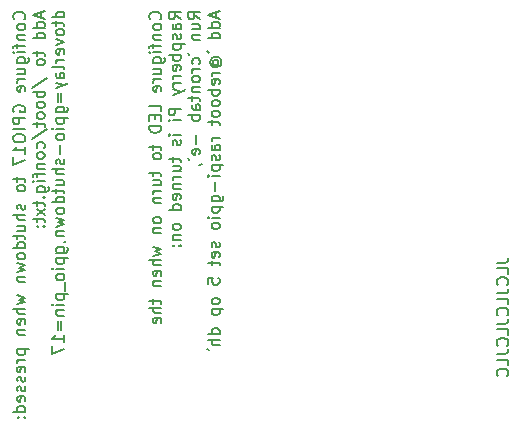
<source format=gbo>
G04 #@! TF.GenerationSoftware,KiCad,Pcbnew,(5.1.7)-1*
G04 #@! TF.CreationDate,2021-05-12T14:55:54+08:00*
G04 #@! TF.ProjectId,pi4-breakout,7069342d-6272-4656-916b-6f75742e6b69,rev?*
G04 #@! TF.SameCoordinates,Original*
G04 #@! TF.FileFunction,Legend,Bot*
G04 #@! TF.FilePolarity,Positive*
%FSLAX46Y46*%
G04 Gerber Fmt 4.6, Leading zero omitted, Abs format (unit mm)*
G04 Created by KiCad (PCBNEW (5.1.7)-1) date 2021-05-12 14:55:54*
%MOMM*%
%LPD*%
G01*
G04 APERTURE LIST*
%ADD10C,0.150000*%
%ADD11C,2.000000*%
%ADD12O,1.700000X1.700000*%
%ADD13R,1.700000X1.700000*%
%ADD14O,2.190000X1.740000*%
%ADD15R,1.727200X1.727200*%
%ADD16O,1.727200X1.727200*%
%ADD17C,6.200000*%
G04 APERTURE END LIST*
D10*
X174712380Y-115522952D02*
X175426666Y-115522952D01*
X175569523Y-115475333D01*
X175664761Y-115380095D01*
X175712380Y-115237238D01*
X175712380Y-115142000D01*
X175712380Y-116475333D02*
X175712380Y-115999142D01*
X174712380Y-115999142D01*
X175617142Y-117380095D02*
X175664761Y-117332476D01*
X175712380Y-117189619D01*
X175712380Y-117094380D01*
X175664761Y-116951523D01*
X175569523Y-116856285D01*
X175474285Y-116808666D01*
X175283809Y-116761047D01*
X175140952Y-116761047D01*
X174950476Y-116808666D01*
X174855238Y-116856285D01*
X174760000Y-116951523D01*
X174712380Y-117094380D01*
X174712380Y-117189619D01*
X174760000Y-117332476D01*
X174807619Y-117380095D01*
X174712380Y-118094380D02*
X175426666Y-118094380D01*
X175569523Y-118046761D01*
X175664761Y-117951523D01*
X175712380Y-117808666D01*
X175712380Y-117713428D01*
X175712380Y-119046761D02*
X175712380Y-118570571D01*
X174712380Y-118570571D01*
X175617142Y-119951523D02*
X175664761Y-119903904D01*
X175712380Y-119761047D01*
X175712380Y-119665809D01*
X175664761Y-119522952D01*
X175569523Y-119427714D01*
X175474285Y-119380095D01*
X175283809Y-119332476D01*
X175140952Y-119332476D01*
X174950476Y-119380095D01*
X174855238Y-119427714D01*
X174760000Y-119522952D01*
X174712380Y-119665809D01*
X174712380Y-119761047D01*
X174760000Y-119903904D01*
X174807619Y-119951523D01*
X174712380Y-120665809D02*
X175426666Y-120665809D01*
X175569523Y-120618190D01*
X175664761Y-120522952D01*
X175712380Y-120380095D01*
X175712380Y-120284857D01*
X175712380Y-121618190D02*
X175712380Y-121142000D01*
X174712380Y-121142000D01*
X175617142Y-122522952D02*
X175664761Y-122475333D01*
X175712380Y-122332476D01*
X175712380Y-122237238D01*
X175664761Y-122094380D01*
X175569523Y-121999142D01*
X175474285Y-121951523D01*
X175283809Y-121903904D01*
X175140952Y-121903904D01*
X174950476Y-121951523D01*
X174855238Y-121999142D01*
X174760000Y-122094380D01*
X174712380Y-122237238D01*
X174712380Y-122332476D01*
X174760000Y-122475333D01*
X174807619Y-122522952D01*
X174712380Y-123237238D02*
X175426666Y-123237238D01*
X175569523Y-123189619D01*
X175664761Y-123094380D01*
X175712380Y-122951523D01*
X175712380Y-122856285D01*
X175712380Y-124189619D02*
X175712380Y-123713428D01*
X174712380Y-123713428D01*
X175617142Y-125094380D02*
X175664761Y-125046761D01*
X175712380Y-124903904D01*
X175712380Y-124808666D01*
X175664761Y-124665809D01*
X175569523Y-124570571D01*
X175474285Y-124522952D01*
X175283809Y-124475333D01*
X175140952Y-124475333D01*
X174950476Y-124522952D01*
X174855238Y-124570571D01*
X174760000Y-124665809D01*
X174712380Y-124808666D01*
X174712380Y-124903904D01*
X174760000Y-125046761D01*
X174807619Y-125094380D01*
X146218142Y-94887023D02*
X146265761Y-94839404D01*
X146313380Y-94696547D01*
X146313380Y-94601309D01*
X146265761Y-94458452D01*
X146170523Y-94363214D01*
X146075285Y-94315595D01*
X145884809Y-94267976D01*
X145741952Y-94267976D01*
X145551476Y-94315595D01*
X145456238Y-94363214D01*
X145361000Y-94458452D01*
X145313380Y-94601309D01*
X145313380Y-94696547D01*
X145361000Y-94839404D01*
X145408619Y-94887023D01*
X146313380Y-95458452D02*
X146265761Y-95363214D01*
X146218142Y-95315595D01*
X146122904Y-95267976D01*
X145837190Y-95267976D01*
X145741952Y-95315595D01*
X145694333Y-95363214D01*
X145646714Y-95458452D01*
X145646714Y-95601309D01*
X145694333Y-95696547D01*
X145741952Y-95744166D01*
X145837190Y-95791785D01*
X146122904Y-95791785D01*
X146218142Y-95744166D01*
X146265761Y-95696547D01*
X146313380Y-95601309D01*
X146313380Y-95458452D01*
X145646714Y-96220357D02*
X146313380Y-96220357D01*
X145741952Y-96220357D02*
X145694333Y-96267976D01*
X145646714Y-96363214D01*
X145646714Y-96506071D01*
X145694333Y-96601309D01*
X145789571Y-96648928D01*
X146313380Y-96648928D01*
X145646714Y-96982261D02*
X145646714Y-97363214D01*
X146313380Y-97125119D02*
X145456238Y-97125119D01*
X145361000Y-97172738D01*
X145313380Y-97267976D01*
X145313380Y-97363214D01*
X146313380Y-97696547D02*
X145646714Y-97696547D01*
X145313380Y-97696547D02*
X145361000Y-97648928D01*
X145408619Y-97696547D01*
X145361000Y-97744166D01*
X145313380Y-97696547D01*
X145408619Y-97696547D01*
X145646714Y-98601309D02*
X146456238Y-98601309D01*
X146551476Y-98553690D01*
X146599095Y-98506071D01*
X146646714Y-98410833D01*
X146646714Y-98267976D01*
X146599095Y-98172738D01*
X146265761Y-98601309D02*
X146313380Y-98506071D01*
X146313380Y-98315595D01*
X146265761Y-98220357D01*
X146218142Y-98172738D01*
X146122904Y-98125119D01*
X145837190Y-98125119D01*
X145741952Y-98172738D01*
X145694333Y-98220357D01*
X145646714Y-98315595D01*
X145646714Y-98506071D01*
X145694333Y-98601309D01*
X145646714Y-99506071D02*
X146313380Y-99506071D01*
X145646714Y-99077500D02*
X146170523Y-99077500D01*
X146265761Y-99125119D01*
X146313380Y-99220357D01*
X146313380Y-99363214D01*
X146265761Y-99458452D01*
X146218142Y-99506071D01*
X146313380Y-99982261D02*
X145646714Y-99982261D01*
X145837190Y-99982261D02*
X145741952Y-100029880D01*
X145694333Y-100077500D01*
X145646714Y-100172738D01*
X145646714Y-100267976D01*
X146265761Y-100982261D02*
X146313380Y-100887023D01*
X146313380Y-100696547D01*
X146265761Y-100601309D01*
X146170523Y-100553690D01*
X145789571Y-100553690D01*
X145694333Y-100601309D01*
X145646714Y-100696547D01*
X145646714Y-100887023D01*
X145694333Y-100982261D01*
X145789571Y-101029880D01*
X145884809Y-101029880D01*
X145980047Y-100553690D01*
X146313380Y-102696547D02*
X146313380Y-102220357D01*
X145313380Y-102220357D01*
X145789571Y-103029880D02*
X145789571Y-103363214D01*
X146313380Y-103506071D02*
X146313380Y-103029880D01*
X145313380Y-103029880D01*
X145313380Y-103506071D01*
X146313380Y-103934642D02*
X145313380Y-103934642D01*
X145313380Y-104172738D01*
X145361000Y-104315595D01*
X145456238Y-104410833D01*
X145551476Y-104458452D01*
X145741952Y-104506071D01*
X145884809Y-104506071D01*
X146075285Y-104458452D01*
X146170523Y-104410833D01*
X146265761Y-104315595D01*
X146313380Y-104172738D01*
X146313380Y-103934642D01*
X145646714Y-105553690D02*
X145646714Y-105934642D01*
X145313380Y-105696547D02*
X146170523Y-105696547D01*
X146265761Y-105744166D01*
X146313380Y-105839404D01*
X146313380Y-105934642D01*
X146313380Y-106410833D02*
X146265761Y-106315595D01*
X146218142Y-106267976D01*
X146122904Y-106220357D01*
X145837190Y-106220357D01*
X145741952Y-106267976D01*
X145694333Y-106315595D01*
X145646714Y-106410833D01*
X145646714Y-106553690D01*
X145694333Y-106648928D01*
X145741952Y-106696547D01*
X145837190Y-106744166D01*
X146122904Y-106744166D01*
X146218142Y-106696547D01*
X146265761Y-106648928D01*
X146313380Y-106553690D01*
X146313380Y-106410833D01*
X145646714Y-107791785D02*
X145646714Y-108172738D01*
X145313380Y-107934642D02*
X146170523Y-107934642D01*
X146265761Y-107982261D01*
X146313380Y-108077499D01*
X146313380Y-108172738D01*
X145646714Y-108934642D02*
X146313380Y-108934642D01*
X145646714Y-108506071D02*
X146170523Y-108506071D01*
X146265761Y-108553690D01*
X146313380Y-108648928D01*
X146313380Y-108791785D01*
X146265761Y-108887023D01*
X146218142Y-108934642D01*
X146313380Y-109410833D02*
X145646714Y-109410833D01*
X145837190Y-109410833D02*
X145741952Y-109458452D01*
X145694333Y-109506071D01*
X145646714Y-109601309D01*
X145646714Y-109696547D01*
X145646714Y-110029880D02*
X146313380Y-110029880D01*
X145741952Y-110029880D02*
X145694333Y-110077499D01*
X145646714Y-110172738D01*
X145646714Y-110315595D01*
X145694333Y-110410833D01*
X145789571Y-110458452D01*
X146313380Y-110458452D01*
X146313380Y-111839404D02*
X146265761Y-111744166D01*
X146218142Y-111696547D01*
X146122904Y-111648928D01*
X145837190Y-111648928D01*
X145741952Y-111696547D01*
X145694333Y-111744166D01*
X145646714Y-111839404D01*
X145646714Y-111982261D01*
X145694333Y-112077499D01*
X145741952Y-112125119D01*
X145837190Y-112172738D01*
X146122904Y-112172738D01*
X146218142Y-112125119D01*
X146265761Y-112077499D01*
X146313380Y-111982261D01*
X146313380Y-111839404D01*
X145646714Y-112601309D02*
X146313380Y-112601309D01*
X145741952Y-112601309D02*
X145694333Y-112648928D01*
X145646714Y-112744166D01*
X145646714Y-112887023D01*
X145694333Y-112982261D01*
X145789571Y-113029880D01*
X146313380Y-113029880D01*
X145646714Y-114172738D02*
X146313380Y-114363214D01*
X145837190Y-114553690D01*
X146313380Y-114744166D01*
X145646714Y-114934642D01*
X146313380Y-115315595D02*
X145313380Y-115315595D01*
X146313380Y-115744166D02*
X145789571Y-115744166D01*
X145694333Y-115696547D01*
X145646714Y-115601309D01*
X145646714Y-115458452D01*
X145694333Y-115363214D01*
X145741952Y-115315595D01*
X146265761Y-116601309D02*
X146313380Y-116506071D01*
X146313380Y-116315595D01*
X146265761Y-116220357D01*
X146170523Y-116172738D01*
X145789571Y-116172738D01*
X145694333Y-116220357D01*
X145646714Y-116315595D01*
X145646714Y-116506071D01*
X145694333Y-116601309D01*
X145789571Y-116648928D01*
X145884809Y-116648928D01*
X145980047Y-116172738D01*
X145646714Y-117077499D02*
X146313380Y-117077499D01*
X145741952Y-117077499D02*
X145694333Y-117125119D01*
X145646714Y-117220357D01*
X145646714Y-117363214D01*
X145694333Y-117458452D01*
X145789571Y-117506071D01*
X146313380Y-117506071D01*
X145646714Y-118601309D02*
X145646714Y-118982261D01*
X145313380Y-118744166D02*
X146170523Y-118744166D01*
X146265761Y-118791785D01*
X146313380Y-118887023D01*
X146313380Y-118982261D01*
X146313380Y-119315595D02*
X145313380Y-119315595D01*
X146313380Y-119744166D02*
X145789571Y-119744166D01*
X145694333Y-119696547D01*
X145646714Y-119601309D01*
X145646714Y-119458452D01*
X145694333Y-119363214D01*
X145741952Y-119315595D01*
X146265761Y-120601309D02*
X146313380Y-120506071D01*
X146313380Y-120315595D01*
X146265761Y-120220357D01*
X146170523Y-120172738D01*
X145789571Y-120172738D01*
X145694333Y-120220357D01*
X145646714Y-120315595D01*
X145646714Y-120506071D01*
X145694333Y-120601309D01*
X145789571Y-120648928D01*
X145884809Y-120648928D01*
X145980047Y-120172738D01*
X147963380Y-94887023D02*
X147487190Y-94553690D01*
X147963380Y-94315595D02*
X146963380Y-94315595D01*
X146963380Y-94696547D01*
X147011000Y-94791785D01*
X147058619Y-94839404D01*
X147153857Y-94887023D01*
X147296714Y-94887023D01*
X147391952Y-94839404D01*
X147439571Y-94791785D01*
X147487190Y-94696547D01*
X147487190Y-94315595D01*
X147963380Y-95744166D02*
X147439571Y-95744166D01*
X147344333Y-95696547D01*
X147296714Y-95601309D01*
X147296714Y-95410833D01*
X147344333Y-95315595D01*
X147915761Y-95744166D02*
X147963380Y-95648928D01*
X147963380Y-95410833D01*
X147915761Y-95315595D01*
X147820523Y-95267976D01*
X147725285Y-95267976D01*
X147630047Y-95315595D01*
X147582428Y-95410833D01*
X147582428Y-95648928D01*
X147534809Y-95744166D01*
X147915761Y-96172738D02*
X147963380Y-96267976D01*
X147963380Y-96458452D01*
X147915761Y-96553690D01*
X147820523Y-96601309D01*
X147772904Y-96601309D01*
X147677666Y-96553690D01*
X147630047Y-96458452D01*
X147630047Y-96315595D01*
X147582428Y-96220357D01*
X147487190Y-96172738D01*
X147439571Y-96172738D01*
X147344333Y-96220357D01*
X147296714Y-96315595D01*
X147296714Y-96458452D01*
X147344333Y-96553690D01*
X147296714Y-97029880D02*
X148296714Y-97029880D01*
X147344333Y-97029880D02*
X147296714Y-97125119D01*
X147296714Y-97315595D01*
X147344333Y-97410833D01*
X147391952Y-97458452D01*
X147487190Y-97506071D01*
X147772904Y-97506071D01*
X147868142Y-97458452D01*
X147915761Y-97410833D01*
X147963380Y-97315595D01*
X147963380Y-97125119D01*
X147915761Y-97029880D01*
X147963380Y-97934642D02*
X146963380Y-97934642D01*
X147344333Y-97934642D02*
X147296714Y-98029880D01*
X147296714Y-98220357D01*
X147344333Y-98315595D01*
X147391952Y-98363214D01*
X147487190Y-98410833D01*
X147772904Y-98410833D01*
X147868142Y-98363214D01*
X147915761Y-98315595D01*
X147963380Y-98220357D01*
X147963380Y-98029880D01*
X147915761Y-97934642D01*
X147915761Y-99220357D02*
X147963380Y-99125119D01*
X147963380Y-98934642D01*
X147915761Y-98839404D01*
X147820523Y-98791785D01*
X147439571Y-98791785D01*
X147344333Y-98839404D01*
X147296714Y-98934642D01*
X147296714Y-99125119D01*
X147344333Y-99220357D01*
X147439571Y-99267976D01*
X147534809Y-99267976D01*
X147630047Y-98791785D01*
X147963380Y-99696547D02*
X147296714Y-99696547D01*
X147487190Y-99696547D02*
X147391952Y-99744166D01*
X147344333Y-99791785D01*
X147296714Y-99887023D01*
X147296714Y-99982261D01*
X147963380Y-100315595D02*
X147296714Y-100315595D01*
X147487190Y-100315595D02*
X147391952Y-100363214D01*
X147344333Y-100410833D01*
X147296714Y-100506071D01*
X147296714Y-100601309D01*
X147296714Y-100839404D02*
X147963380Y-101077500D01*
X147296714Y-101315595D02*
X147963380Y-101077500D01*
X148201476Y-100982261D01*
X148249095Y-100934642D01*
X148296714Y-100839404D01*
X147963380Y-102458452D02*
X146963380Y-102458452D01*
X146963380Y-102839404D01*
X147011000Y-102934642D01*
X147058619Y-102982261D01*
X147153857Y-103029880D01*
X147296714Y-103029880D01*
X147391952Y-102982261D01*
X147439571Y-102934642D01*
X147487190Y-102839404D01*
X147487190Y-102458452D01*
X147963380Y-103458452D02*
X147296714Y-103458452D01*
X146963380Y-103458452D02*
X147011000Y-103410833D01*
X147058619Y-103458452D01*
X147011000Y-103506071D01*
X146963380Y-103458452D01*
X147058619Y-103458452D01*
X147963380Y-104696547D02*
X147296714Y-104696547D01*
X146963380Y-104696547D02*
X147011000Y-104648928D01*
X147058619Y-104696547D01*
X147011000Y-104744166D01*
X146963380Y-104696547D01*
X147058619Y-104696547D01*
X147915761Y-105125119D02*
X147963380Y-105220357D01*
X147963380Y-105410833D01*
X147915761Y-105506071D01*
X147820523Y-105553690D01*
X147772904Y-105553690D01*
X147677666Y-105506071D01*
X147630047Y-105410833D01*
X147630047Y-105267976D01*
X147582428Y-105172738D01*
X147487190Y-105125119D01*
X147439571Y-105125119D01*
X147344333Y-105172738D01*
X147296714Y-105267976D01*
X147296714Y-105410833D01*
X147344333Y-105506071D01*
X147296714Y-106601309D02*
X147296714Y-106982261D01*
X146963380Y-106744166D02*
X147820523Y-106744166D01*
X147915761Y-106791785D01*
X147963380Y-106887023D01*
X147963380Y-106982261D01*
X147296714Y-107744166D02*
X147963380Y-107744166D01*
X147296714Y-107315595D02*
X147820523Y-107315595D01*
X147915761Y-107363214D01*
X147963380Y-107458452D01*
X147963380Y-107601309D01*
X147915761Y-107696547D01*
X147868142Y-107744166D01*
X147963380Y-108220357D02*
X147296714Y-108220357D01*
X147487190Y-108220357D02*
X147391952Y-108267976D01*
X147344333Y-108315595D01*
X147296714Y-108410833D01*
X147296714Y-108506071D01*
X147296714Y-108839404D02*
X147963380Y-108839404D01*
X147391952Y-108839404D02*
X147344333Y-108887023D01*
X147296714Y-108982261D01*
X147296714Y-109125119D01*
X147344333Y-109220357D01*
X147439571Y-109267976D01*
X147963380Y-109267976D01*
X147915761Y-110125119D02*
X147963380Y-110029880D01*
X147963380Y-109839404D01*
X147915761Y-109744166D01*
X147820523Y-109696547D01*
X147439571Y-109696547D01*
X147344333Y-109744166D01*
X147296714Y-109839404D01*
X147296714Y-110029880D01*
X147344333Y-110125119D01*
X147439571Y-110172738D01*
X147534809Y-110172738D01*
X147630047Y-109696547D01*
X147963380Y-111029880D02*
X146963380Y-111029880D01*
X147915761Y-111029880D02*
X147963380Y-110934642D01*
X147963380Y-110744166D01*
X147915761Y-110648928D01*
X147868142Y-110601309D01*
X147772904Y-110553690D01*
X147487190Y-110553690D01*
X147391952Y-110601309D01*
X147344333Y-110648928D01*
X147296714Y-110744166D01*
X147296714Y-110934642D01*
X147344333Y-111029880D01*
X147963380Y-112410833D02*
X147915761Y-112315595D01*
X147868142Y-112267976D01*
X147772904Y-112220357D01*
X147487190Y-112220357D01*
X147391952Y-112267976D01*
X147344333Y-112315595D01*
X147296714Y-112410833D01*
X147296714Y-112553690D01*
X147344333Y-112648928D01*
X147391952Y-112696547D01*
X147487190Y-112744166D01*
X147772904Y-112744166D01*
X147868142Y-112696547D01*
X147915761Y-112648928D01*
X147963380Y-112553690D01*
X147963380Y-112410833D01*
X147296714Y-113172738D02*
X147963380Y-113172738D01*
X147391952Y-113172738D02*
X147344333Y-113220357D01*
X147296714Y-113315595D01*
X147296714Y-113458452D01*
X147344333Y-113553690D01*
X147439571Y-113601309D01*
X147963380Y-113601309D01*
X147868142Y-114077500D02*
X147915761Y-114125119D01*
X147963380Y-114077500D01*
X147915761Y-114029880D01*
X147868142Y-114077500D01*
X147963380Y-114077500D01*
X147344333Y-114077500D02*
X147391952Y-114125119D01*
X147439571Y-114077500D01*
X147391952Y-114029880D01*
X147344333Y-114077500D01*
X147439571Y-114077500D01*
X149613380Y-94887023D02*
X149137190Y-94553690D01*
X149613380Y-94315595D02*
X148613380Y-94315595D01*
X148613380Y-94696547D01*
X148661000Y-94791785D01*
X148708619Y-94839404D01*
X148803857Y-94887023D01*
X148946714Y-94887023D01*
X149041952Y-94839404D01*
X149089571Y-94791785D01*
X149137190Y-94696547D01*
X149137190Y-94315595D01*
X148946714Y-95744166D02*
X149613380Y-95744166D01*
X148946714Y-95315595D02*
X149470523Y-95315595D01*
X149565761Y-95363214D01*
X149613380Y-95458452D01*
X149613380Y-95601309D01*
X149565761Y-95696547D01*
X149518142Y-95744166D01*
X148946714Y-96220357D02*
X149613380Y-96220357D01*
X149041952Y-96220357D02*
X148994333Y-96267976D01*
X148946714Y-96363214D01*
X148946714Y-96506071D01*
X148994333Y-96601309D01*
X149089571Y-96648928D01*
X149613380Y-96648928D01*
X148565761Y-97744166D02*
X148708619Y-97887023D01*
X149565761Y-98696547D02*
X149613380Y-98601309D01*
X149613380Y-98410833D01*
X149565761Y-98315595D01*
X149518142Y-98267976D01*
X149422904Y-98220357D01*
X149137190Y-98220357D01*
X149041952Y-98267976D01*
X148994333Y-98315595D01*
X148946714Y-98410833D01*
X148946714Y-98601309D01*
X148994333Y-98696547D01*
X149613380Y-99125119D02*
X148946714Y-99125119D01*
X149137190Y-99125119D02*
X149041952Y-99172738D01*
X148994333Y-99220357D01*
X148946714Y-99315595D01*
X148946714Y-99410833D01*
X149613380Y-99887023D02*
X149565761Y-99791785D01*
X149518142Y-99744166D01*
X149422904Y-99696547D01*
X149137190Y-99696547D01*
X149041952Y-99744166D01*
X148994333Y-99791785D01*
X148946714Y-99887023D01*
X148946714Y-100029880D01*
X148994333Y-100125119D01*
X149041952Y-100172738D01*
X149137190Y-100220357D01*
X149422904Y-100220357D01*
X149518142Y-100172738D01*
X149565761Y-100125119D01*
X149613380Y-100029880D01*
X149613380Y-99887023D01*
X148946714Y-100648928D02*
X149613380Y-100648928D01*
X149041952Y-100648928D02*
X148994333Y-100696547D01*
X148946714Y-100791785D01*
X148946714Y-100934642D01*
X148994333Y-101029880D01*
X149089571Y-101077500D01*
X149613380Y-101077500D01*
X148946714Y-101410833D02*
X148946714Y-101791785D01*
X148613380Y-101553690D02*
X149470523Y-101553690D01*
X149565761Y-101601309D01*
X149613380Y-101696547D01*
X149613380Y-101791785D01*
X149613380Y-102553690D02*
X149089571Y-102553690D01*
X148994333Y-102506071D01*
X148946714Y-102410833D01*
X148946714Y-102220357D01*
X148994333Y-102125119D01*
X149565761Y-102553690D02*
X149613380Y-102458452D01*
X149613380Y-102220357D01*
X149565761Y-102125119D01*
X149470523Y-102077500D01*
X149375285Y-102077500D01*
X149280047Y-102125119D01*
X149232428Y-102220357D01*
X149232428Y-102458452D01*
X149184809Y-102553690D01*
X149613380Y-103029880D02*
X148613380Y-103029880D01*
X148994333Y-103029880D02*
X148946714Y-103125119D01*
X148946714Y-103315595D01*
X148994333Y-103410833D01*
X149041952Y-103458452D01*
X149137190Y-103506071D01*
X149422904Y-103506071D01*
X149518142Y-103458452D01*
X149565761Y-103410833D01*
X149613380Y-103315595D01*
X149613380Y-103125119D01*
X149565761Y-103029880D01*
X149232428Y-104696547D02*
X149232428Y-105458452D01*
X149565761Y-106315595D02*
X149613380Y-106220357D01*
X149613380Y-106029880D01*
X149565761Y-105934642D01*
X149470523Y-105887023D01*
X149089571Y-105887023D01*
X148994333Y-105934642D01*
X148946714Y-106029880D01*
X148946714Y-106220357D01*
X148994333Y-106315595D01*
X149089571Y-106363214D01*
X149184809Y-106363214D01*
X149280047Y-105887023D01*
X148565761Y-106648928D02*
X148708619Y-106791785D01*
X149565761Y-107220357D02*
X149613380Y-107220357D01*
X149708619Y-107172738D01*
X149756238Y-107125119D01*
X150977666Y-94267976D02*
X150977666Y-94744166D01*
X151263380Y-94172738D02*
X150263380Y-94506071D01*
X151263380Y-94839404D01*
X151263380Y-95601309D02*
X150263380Y-95601309D01*
X151215761Y-95601309D02*
X151263380Y-95506071D01*
X151263380Y-95315595D01*
X151215761Y-95220357D01*
X151168142Y-95172738D01*
X151072904Y-95125119D01*
X150787190Y-95125119D01*
X150691952Y-95172738D01*
X150644333Y-95220357D01*
X150596714Y-95315595D01*
X150596714Y-95506071D01*
X150644333Y-95601309D01*
X151263380Y-96506071D02*
X150263380Y-96506071D01*
X151215761Y-96506071D02*
X151263380Y-96410833D01*
X151263380Y-96220357D01*
X151215761Y-96125119D01*
X151168142Y-96077500D01*
X151072904Y-96029880D01*
X150787190Y-96029880D01*
X150691952Y-96077500D01*
X150644333Y-96125119D01*
X150596714Y-96220357D01*
X150596714Y-96410833D01*
X150644333Y-96506071D01*
X150215761Y-97601309D02*
X150358619Y-97744166D01*
X150787190Y-98744166D02*
X150739571Y-98696547D01*
X150691952Y-98601309D01*
X150691952Y-98506071D01*
X150739571Y-98410833D01*
X150787190Y-98363214D01*
X150882428Y-98315595D01*
X150977666Y-98315595D01*
X151072904Y-98363214D01*
X151120523Y-98410833D01*
X151168142Y-98506071D01*
X151168142Y-98601309D01*
X151120523Y-98696547D01*
X151072904Y-98744166D01*
X150691952Y-98744166D02*
X151072904Y-98744166D01*
X151120523Y-98791785D01*
X151120523Y-98839404D01*
X151072904Y-98934642D01*
X150977666Y-98982261D01*
X150739571Y-98982261D01*
X150596714Y-98887023D01*
X150501476Y-98744166D01*
X150453857Y-98553690D01*
X150501476Y-98363214D01*
X150596714Y-98220357D01*
X150739571Y-98125119D01*
X150930047Y-98077500D01*
X151120523Y-98125119D01*
X151263380Y-98220357D01*
X151358619Y-98363214D01*
X151406238Y-98553690D01*
X151358619Y-98744166D01*
X151263380Y-98887023D01*
X151263380Y-99410833D02*
X150596714Y-99410833D01*
X150787190Y-99410833D02*
X150691952Y-99458452D01*
X150644333Y-99506071D01*
X150596714Y-99601309D01*
X150596714Y-99696547D01*
X151215761Y-100410833D02*
X151263380Y-100315595D01*
X151263380Y-100125119D01*
X151215761Y-100029880D01*
X151120523Y-99982261D01*
X150739571Y-99982261D01*
X150644333Y-100029880D01*
X150596714Y-100125119D01*
X150596714Y-100315595D01*
X150644333Y-100410833D01*
X150739571Y-100458452D01*
X150834809Y-100458452D01*
X150930047Y-99982261D01*
X151263380Y-100887023D02*
X150263380Y-100887023D01*
X150644333Y-100887023D02*
X150596714Y-100982261D01*
X150596714Y-101172738D01*
X150644333Y-101267976D01*
X150691952Y-101315595D01*
X150787190Y-101363214D01*
X151072904Y-101363214D01*
X151168142Y-101315595D01*
X151215761Y-101267976D01*
X151263380Y-101172738D01*
X151263380Y-100982261D01*
X151215761Y-100887023D01*
X151263380Y-101934642D02*
X151215761Y-101839404D01*
X151168142Y-101791785D01*
X151072904Y-101744166D01*
X150787190Y-101744166D01*
X150691952Y-101791785D01*
X150644333Y-101839404D01*
X150596714Y-101934642D01*
X150596714Y-102077500D01*
X150644333Y-102172738D01*
X150691952Y-102220357D01*
X150787190Y-102267976D01*
X151072904Y-102267976D01*
X151168142Y-102220357D01*
X151215761Y-102172738D01*
X151263380Y-102077500D01*
X151263380Y-101934642D01*
X151263380Y-102839404D02*
X151215761Y-102744166D01*
X151168142Y-102696547D01*
X151072904Y-102648928D01*
X150787190Y-102648928D01*
X150691952Y-102696547D01*
X150644333Y-102744166D01*
X150596714Y-102839404D01*
X150596714Y-102982261D01*
X150644333Y-103077500D01*
X150691952Y-103125119D01*
X150787190Y-103172738D01*
X151072904Y-103172738D01*
X151168142Y-103125119D01*
X151215761Y-103077500D01*
X151263380Y-102982261D01*
X151263380Y-102839404D01*
X150596714Y-103458452D02*
X150596714Y-103839404D01*
X150263380Y-103601309D02*
X151120523Y-103601309D01*
X151215761Y-103648928D01*
X151263380Y-103744166D01*
X151263380Y-103839404D01*
X151263380Y-104934642D02*
X150596714Y-104934642D01*
X150787190Y-104934642D02*
X150691952Y-104982261D01*
X150644333Y-105029880D01*
X150596714Y-105125119D01*
X150596714Y-105220357D01*
X151263380Y-105982261D02*
X150739571Y-105982261D01*
X150644333Y-105934642D01*
X150596714Y-105839404D01*
X150596714Y-105648928D01*
X150644333Y-105553690D01*
X151215761Y-105982261D02*
X151263380Y-105887023D01*
X151263380Y-105648928D01*
X151215761Y-105553690D01*
X151120523Y-105506071D01*
X151025285Y-105506071D01*
X150930047Y-105553690D01*
X150882428Y-105648928D01*
X150882428Y-105887023D01*
X150834809Y-105982261D01*
X151215761Y-106410833D02*
X151263380Y-106506071D01*
X151263380Y-106696547D01*
X151215761Y-106791785D01*
X151120523Y-106839404D01*
X151072904Y-106839404D01*
X150977666Y-106791785D01*
X150930047Y-106696547D01*
X150930047Y-106553690D01*
X150882428Y-106458452D01*
X150787190Y-106410833D01*
X150739571Y-106410833D01*
X150644333Y-106458452D01*
X150596714Y-106553690D01*
X150596714Y-106696547D01*
X150644333Y-106791785D01*
X150596714Y-107267976D02*
X151596714Y-107267976D01*
X150644333Y-107267976D02*
X150596714Y-107363214D01*
X150596714Y-107553690D01*
X150644333Y-107648928D01*
X150691952Y-107696547D01*
X150787190Y-107744166D01*
X151072904Y-107744166D01*
X151168142Y-107696547D01*
X151215761Y-107648928D01*
X151263380Y-107553690D01*
X151263380Y-107363214D01*
X151215761Y-107267976D01*
X151263380Y-108172738D02*
X150596714Y-108172738D01*
X150263380Y-108172738D02*
X150311000Y-108125119D01*
X150358619Y-108172738D01*
X150311000Y-108220357D01*
X150263380Y-108172738D01*
X150358619Y-108172738D01*
X150882428Y-108648928D02*
X150882428Y-109410833D01*
X150596714Y-110315595D02*
X151406238Y-110315595D01*
X151501476Y-110267976D01*
X151549095Y-110220357D01*
X151596714Y-110125119D01*
X151596714Y-109982261D01*
X151549095Y-109887023D01*
X151215761Y-110315595D02*
X151263380Y-110220357D01*
X151263380Y-110029880D01*
X151215761Y-109934642D01*
X151168142Y-109887023D01*
X151072904Y-109839404D01*
X150787190Y-109839404D01*
X150691952Y-109887023D01*
X150644333Y-109934642D01*
X150596714Y-110029880D01*
X150596714Y-110220357D01*
X150644333Y-110315595D01*
X150596714Y-110791785D02*
X151596714Y-110791785D01*
X150644333Y-110791785D02*
X150596714Y-110887023D01*
X150596714Y-111077499D01*
X150644333Y-111172738D01*
X150691952Y-111220357D01*
X150787190Y-111267976D01*
X151072904Y-111267976D01*
X151168142Y-111220357D01*
X151215761Y-111172738D01*
X151263380Y-111077499D01*
X151263380Y-110887023D01*
X151215761Y-110791785D01*
X151263380Y-111696547D02*
X150596714Y-111696547D01*
X150263380Y-111696547D02*
X150311000Y-111648928D01*
X150358619Y-111696547D01*
X150311000Y-111744166D01*
X150263380Y-111696547D01*
X150358619Y-111696547D01*
X151263380Y-112315595D02*
X151215761Y-112220357D01*
X151168142Y-112172738D01*
X151072904Y-112125119D01*
X150787190Y-112125119D01*
X150691952Y-112172738D01*
X150644333Y-112220357D01*
X150596714Y-112315595D01*
X150596714Y-112458452D01*
X150644333Y-112553690D01*
X150691952Y-112601309D01*
X150787190Y-112648928D01*
X151072904Y-112648928D01*
X151168142Y-112601309D01*
X151215761Y-112553690D01*
X151263380Y-112458452D01*
X151263380Y-112315595D01*
X151215761Y-113791785D02*
X151263380Y-113887023D01*
X151263380Y-114077499D01*
X151215761Y-114172738D01*
X151120523Y-114220357D01*
X151072904Y-114220357D01*
X150977666Y-114172738D01*
X150930047Y-114077499D01*
X150930047Y-113934642D01*
X150882428Y-113839404D01*
X150787190Y-113791785D01*
X150739571Y-113791785D01*
X150644333Y-113839404D01*
X150596714Y-113934642D01*
X150596714Y-114077499D01*
X150644333Y-114172738D01*
X151215761Y-115029880D02*
X151263380Y-114934642D01*
X151263380Y-114744166D01*
X151215761Y-114648928D01*
X151120523Y-114601309D01*
X150739571Y-114601309D01*
X150644333Y-114648928D01*
X150596714Y-114744166D01*
X150596714Y-114934642D01*
X150644333Y-115029880D01*
X150739571Y-115077499D01*
X150834809Y-115077499D01*
X150930047Y-114601309D01*
X150596714Y-115363214D02*
X150596714Y-115744166D01*
X150263380Y-115506071D02*
X151120523Y-115506071D01*
X151215761Y-115553690D01*
X151263380Y-115648928D01*
X151263380Y-115744166D01*
X150263380Y-117315595D02*
X150263380Y-116839404D01*
X150739571Y-116791785D01*
X150691952Y-116839404D01*
X150644333Y-116934642D01*
X150644333Y-117172738D01*
X150691952Y-117267976D01*
X150739571Y-117315595D01*
X150834809Y-117363214D01*
X151072904Y-117363214D01*
X151168142Y-117315595D01*
X151215761Y-117267976D01*
X151263380Y-117172738D01*
X151263380Y-116934642D01*
X151215761Y-116839404D01*
X151168142Y-116791785D01*
X151263380Y-118696547D02*
X151215761Y-118601309D01*
X151168142Y-118553690D01*
X151072904Y-118506071D01*
X150787190Y-118506071D01*
X150691952Y-118553690D01*
X150644333Y-118601309D01*
X150596714Y-118696547D01*
X150596714Y-118839404D01*
X150644333Y-118934642D01*
X150691952Y-118982261D01*
X150787190Y-119029880D01*
X151072904Y-119029880D01*
X151168142Y-118982261D01*
X151215761Y-118934642D01*
X151263380Y-118839404D01*
X151263380Y-118696547D01*
X150596714Y-119458452D02*
X151596714Y-119458452D01*
X150644333Y-119458452D02*
X150596714Y-119553690D01*
X150596714Y-119744166D01*
X150644333Y-119839404D01*
X150691952Y-119887023D01*
X150787190Y-119934642D01*
X151072904Y-119934642D01*
X151168142Y-119887023D01*
X151215761Y-119839404D01*
X151263380Y-119744166D01*
X151263380Y-119553690D01*
X151215761Y-119458452D01*
X151263380Y-121553690D02*
X150263380Y-121553690D01*
X151215761Y-121553690D02*
X151263380Y-121458452D01*
X151263380Y-121267976D01*
X151215761Y-121172738D01*
X151168142Y-121125119D01*
X151072904Y-121077499D01*
X150787190Y-121077499D01*
X150691952Y-121125119D01*
X150644333Y-121172738D01*
X150596714Y-121267976D01*
X150596714Y-121458452D01*
X150644333Y-121553690D01*
X151263380Y-122029880D02*
X150263380Y-122029880D01*
X151263380Y-122458452D02*
X150739571Y-122458452D01*
X150644333Y-122410833D01*
X150596714Y-122315595D01*
X150596714Y-122172738D01*
X150644333Y-122077499D01*
X150691952Y-122029880D01*
X150215761Y-122791785D02*
X150358619Y-122934642D01*
X134707142Y-94887023D02*
X134754761Y-94839404D01*
X134802380Y-94696547D01*
X134802380Y-94601309D01*
X134754761Y-94458452D01*
X134659523Y-94363214D01*
X134564285Y-94315595D01*
X134373809Y-94267976D01*
X134230952Y-94267976D01*
X134040476Y-94315595D01*
X133945238Y-94363214D01*
X133850000Y-94458452D01*
X133802380Y-94601309D01*
X133802380Y-94696547D01*
X133850000Y-94839404D01*
X133897619Y-94887023D01*
X134802380Y-95458452D02*
X134754761Y-95363214D01*
X134707142Y-95315595D01*
X134611904Y-95267976D01*
X134326190Y-95267976D01*
X134230952Y-95315595D01*
X134183333Y-95363214D01*
X134135714Y-95458452D01*
X134135714Y-95601309D01*
X134183333Y-95696547D01*
X134230952Y-95744166D01*
X134326190Y-95791785D01*
X134611904Y-95791785D01*
X134707142Y-95744166D01*
X134754761Y-95696547D01*
X134802380Y-95601309D01*
X134802380Y-95458452D01*
X134135714Y-96220357D02*
X134802380Y-96220357D01*
X134230952Y-96220357D02*
X134183333Y-96267976D01*
X134135714Y-96363214D01*
X134135714Y-96506071D01*
X134183333Y-96601309D01*
X134278571Y-96648928D01*
X134802380Y-96648928D01*
X134135714Y-96982261D02*
X134135714Y-97363214D01*
X134802380Y-97125119D02*
X133945238Y-97125119D01*
X133850000Y-97172738D01*
X133802380Y-97267976D01*
X133802380Y-97363214D01*
X134802380Y-97696547D02*
X134135714Y-97696547D01*
X133802380Y-97696547D02*
X133850000Y-97648928D01*
X133897619Y-97696547D01*
X133850000Y-97744166D01*
X133802380Y-97696547D01*
X133897619Y-97696547D01*
X134135714Y-98601309D02*
X134945238Y-98601309D01*
X135040476Y-98553690D01*
X135088095Y-98506071D01*
X135135714Y-98410833D01*
X135135714Y-98267976D01*
X135088095Y-98172738D01*
X134754761Y-98601309D02*
X134802380Y-98506071D01*
X134802380Y-98315595D01*
X134754761Y-98220357D01*
X134707142Y-98172738D01*
X134611904Y-98125119D01*
X134326190Y-98125119D01*
X134230952Y-98172738D01*
X134183333Y-98220357D01*
X134135714Y-98315595D01*
X134135714Y-98506071D01*
X134183333Y-98601309D01*
X134135714Y-99506071D02*
X134802380Y-99506071D01*
X134135714Y-99077500D02*
X134659523Y-99077500D01*
X134754761Y-99125119D01*
X134802380Y-99220357D01*
X134802380Y-99363214D01*
X134754761Y-99458452D01*
X134707142Y-99506071D01*
X134802380Y-99982261D02*
X134135714Y-99982261D01*
X134326190Y-99982261D02*
X134230952Y-100029880D01*
X134183333Y-100077500D01*
X134135714Y-100172738D01*
X134135714Y-100267976D01*
X134754761Y-100982261D02*
X134802380Y-100887023D01*
X134802380Y-100696547D01*
X134754761Y-100601309D01*
X134659523Y-100553690D01*
X134278571Y-100553690D01*
X134183333Y-100601309D01*
X134135714Y-100696547D01*
X134135714Y-100887023D01*
X134183333Y-100982261D01*
X134278571Y-101029880D01*
X134373809Y-101029880D01*
X134469047Y-100553690D01*
X133850000Y-102744166D02*
X133802380Y-102648928D01*
X133802380Y-102506071D01*
X133850000Y-102363214D01*
X133945238Y-102267976D01*
X134040476Y-102220357D01*
X134230952Y-102172738D01*
X134373809Y-102172738D01*
X134564285Y-102220357D01*
X134659523Y-102267976D01*
X134754761Y-102363214D01*
X134802380Y-102506071D01*
X134802380Y-102601309D01*
X134754761Y-102744166D01*
X134707142Y-102791785D01*
X134373809Y-102791785D01*
X134373809Y-102601309D01*
X134802380Y-103220357D02*
X133802380Y-103220357D01*
X133802380Y-103601309D01*
X133850000Y-103696547D01*
X133897619Y-103744166D01*
X133992857Y-103791785D01*
X134135714Y-103791785D01*
X134230952Y-103744166D01*
X134278571Y-103696547D01*
X134326190Y-103601309D01*
X134326190Y-103220357D01*
X134802380Y-104220357D02*
X133802380Y-104220357D01*
X133802380Y-104887023D02*
X133802380Y-105077500D01*
X133850000Y-105172738D01*
X133945238Y-105267976D01*
X134135714Y-105315595D01*
X134469047Y-105315595D01*
X134659523Y-105267976D01*
X134754761Y-105172738D01*
X134802380Y-105077500D01*
X134802380Y-104887023D01*
X134754761Y-104791785D01*
X134659523Y-104696547D01*
X134469047Y-104648928D01*
X134135714Y-104648928D01*
X133945238Y-104696547D01*
X133850000Y-104791785D01*
X133802380Y-104887023D01*
X134802380Y-106267976D02*
X134802380Y-105696547D01*
X134802380Y-105982261D02*
X133802380Y-105982261D01*
X133945238Y-105887023D01*
X134040476Y-105791785D01*
X134088095Y-105696547D01*
X133802380Y-106601309D02*
X133802380Y-107267976D01*
X134802380Y-106839404D01*
X134135714Y-108267976D02*
X134135714Y-108648928D01*
X133802380Y-108410833D02*
X134659523Y-108410833D01*
X134754761Y-108458452D01*
X134802380Y-108553690D01*
X134802380Y-108648928D01*
X134802380Y-109125119D02*
X134754761Y-109029880D01*
X134707142Y-108982261D01*
X134611904Y-108934642D01*
X134326190Y-108934642D01*
X134230952Y-108982261D01*
X134183333Y-109029880D01*
X134135714Y-109125119D01*
X134135714Y-109267976D01*
X134183333Y-109363214D01*
X134230952Y-109410833D01*
X134326190Y-109458452D01*
X134611904Y-109458452D01*
X134707142Y-109410833D01*
X134754761Y-109363214D01*
X134802380Y-109267976D01*
X134802380Y-109125119D01*
X134754761Y-110601309D02*
X134802380Y-110696547D01*
X134802380Y-110887023D01*
X134754761Y-110982261D01*
X134659523Y-111029880D01*
X134611904Y-111029880D01*
X134516666Y-110982261D01*
X134469047Y-110887023D01*
X134469047Y-110744166D01*
X134421428Y-110648928D01*
X134326190Y-110601309D01*
X134278571Y-110601309D01*
X134183333Y-110648928D01*
X134135714Y-110744166D01*
X134135714Y-110887023D01*
X134183333Y-110982261D01*
X134802380Y-111458452D02*
X133802380Y-111458452D01*
X134802380Y-111887023D02*
X134278571Y-111887023D01*
X134183333Y-111839404D01*
X134135714Y-111744166D01*
X134135714Y-111601309D01*
X134183333Y-111506071D01*
X134230952Y-111458452D01*
X134135714Y-112791785D02*
X134802380Y-112791785D01*
X134135714Y-112363214D02*
X134659523Y-112363214D01*
X134754761Y-112410833D01*
X134802380Y-112506071D01*
X134802380Y-112648928D01*
X134754761Y-112744166D01*
X134707142Y-112791785D01*
X134135714Y-113125119D02*
X134135714Y-113506071D01*
X133802380Y-113267976D02*
X134659523Y-113267976D01*
X134754761Y-113315595D01*
X134802380Y-113410833D01*
X134802380Y-113506071D01*
X134802380Y-114267976D02*
X133802380Y-114267976D01*
X134754761Y-114267976D02*
X134802380Y-114172738D01*
X134802380Y-113982261D01*
X134754761Y-113887023D01*
X134707142Y-113839404D01*
X134611904Y-113791785D01*
X134326190Y-113791785D01*
X134230952Y-113839404D01*
X134183333Y-113887023D01*
X134135714Y-113982261D01*
X134135714Y-114172738D01*
X134183333Y-114267976D01*
X134802380Y-114887023D02*
X134754761Y-114791785D01*
X134707142Y-114744166D01*
X134611904Y-114696547D01*
X134326190Y-114696547D01*
X134230952Y-114744166D01*
X134183333Y-114791785D01*
X134135714Y-114887023D01*
X134135714Y-115029880D01*
X134183333Y-115125119D01*
X134230952Y-115172738D01*
X134326190Y-115220357D01*
X134611904Y-115220357D01*
X134707142Y-115172738D01*
X134754761Y-115125119D01*
X134802380Y-115029880D01*
X134802380Y-114887023D01*
X134135714Y-115553690D02*
X134802380Y-115744166D01*
X134326190Y-115934642D01*
X134802380Y-116125119D01*
X134135714Y-116315595D01*
X134135714Y-116696547D02*
X134802380Y-116696547D01*
X134230952Y-116696547D02*
X134183333Y-116744166D01*
X134135714Y-116839404D01*
X134135714Y-116982261D01*
X134183333Y-117077500D01*
X134278571Y-117125119D01*
X134802380Y-117125119D01*
X134135714Y-118267976D02*
X134802380Y-118458452D01*
X134326190Y-118648928D01*
X134802380Y-118839404D01*
X134135714Y-119029880D01*
X134802380Y-119410833D02*
X133802380Y-119410833D01*
X134802380Y-119839404D02*
X134278571Y-119839404D01*
X134183333Y-119791785D01*
X134135714Y-119696547D01*
X134135714Y-119553690D01*
X134183333Y-119458452D01*
X134230952Y-119410833D01*
X134754761Y-120696547D02*
X134802380Y-120601309D01*
X134802380Y-120410833D01*
X134754761Y-120315595D01*
X134659523Y-120267976D01*
X134278571Y-120267976D01*
X134183333Y-120315595D01*
X134135714Y-120410833D01*
X134135714Y-120601309D01*
X134183333Y-120696547D01*
X134278571Y-120744166D01*
X134373809Y-120744166D01*
X134469047Y-120267976D01*
X134135714Y-121172738D02*
X134802380Y-121172738D01*
X134230952Y-121172738D02*
X134183333Y-121220357D01*
X134135714Y-121315595D01*
X134135714Y-121458452D01*
X134183333Y-121553690D01*
X134278571Y-121601309D01*
X134802380Y-121601309D01*
X134135714Y-122839404D02*
X135135714Y-122839404D01*
X134183333Y-122839404D02*
X134135714Y-122934642D01*
X134135714Y-123125119D01*
X134183333Y-123220357D01*
X134230952Y-123267976D01*
X134326190Y-123315595D01*
X134611904Y-123315595D01*
X134707142Y-123267976D01*
X134754761Y-123220357D01*
X134802380Y-123125119D01*
X134802380Y-122934642D01*
X134754761Y-122839404D01*
X134802380Y-123744166D02*
X134135714Y-123744166D01*
X134326190Y-123744166D02*
X134230952Y-123791785D01*
X134183333Y-123839404D01*
X134135714Y-123934642D01*
X134135714Y-124029880D01*
X134754761Y-124744166D02*
X134802380Y-124648928D01*
X134802380Y-124458452D01*
X134754761Y-124363214D01*
X134659523Y-124315595D01*
X134278571Y-124315595D01*
X134183333Y-124363214D01*
X134135714Y-124458452D01*
X134135714Y-124648928D01*
X134183333Y-124744166D01*
X134278571Y-124791785D01*
X134373809Y-124791785D01*
X134469047Y-124315595D01*
X134754761Y-125172738D02*
X134802380Y-125267976D01*
X134802380Y-125458452D01*
X134754761Y-125553690D01*
X134659523Y-125601309D01*
X134611904Y-125601309D01*
X134516666Y-125553690D01*
X134469047Y-125458452D01*
X134469047Y-125315595D01*
X134421428Y-125220357D01*
X134326190Y-125172738D01*
X134278571Y-125172738D01*
X134183333Y-125220357D01*
X134135714Y-125315595D01*
X134135714Y-125458452D01*
X134183333Y-125553690D01*
X134754761Y-125982261D02*
X134802380Y-126077500D01*
X134802380Y-126267976D01*
X134754761Y-126363214D01*
X134659523Y-126410833D01*
X134611904Y-126410833D01*
X134516666Y-126363214D01*
X134469047Y-126267976D01*
X134469047Y-126125119D01*
X134421428Y-126029880D01*
X134326190Y-125982261D01*
X134278571Y-125982261D01*
X134183333Y-126029880D01*
X134135714Y-126125119D01*
X134135714Y-126267976D01*
X134183333Y-126363214D01*
X134754761Y-127220357D02*
X134802380Y-127125119D01*
X134802380Y-126934642D01*
X134754761Y-126839404D01*
X134659523Y-126791785D01*
X134278571Y-126791785D01*
X134183333Y-126839404D01*
X134135714Y-126934642D01*
X134135714Y-127125119D01*
X134183333Y-127220357D01*
X134278571Y-127267976D01*
X134373809Y-127267976D01*
X134469047Y-126791785D01*
X134802380Y-128125119D02*
X133802380Y-128125119D01*
X134754761Y-128125119D02*
X134802380Y-128029880D01*
X134802380Y-127839404D01*
X134754761Y-127744166D01*
X134707142Y-127696547D01*
X134611904Y-127648928D01*
X134326190Y-127648928D01*
X134230952Y-127696547D01*
X134183333Y-127744166D01*
X134135714Y-127839404D01*
X134135714Y-128029880D01*
X134183333Y-128125119D01*
X134707142Y-128601309D02*
X134754761Y-128648928D01*
X134802380Y-128601309D01*
X134754761Y-128553690D01*
X134707142Y-128601309D01*
X134802380Y-128601309D01*
X134183333Y-128601309D02*
X134230952Y-128648928D01*
X134278571Y-128601309D01*
X134230952Y-128553690D01*
X134183333Y-128601309D01*
X134278571Y-128601309D01*
X136166666Y-94267976D02*
X136166666Y-94744166D01*
X136452380Y-94172738D02*
X135452380Y-94506071D01*
X136452380Y-94839404D01*
X136452380Y-95601309D02*
X135452380Y-95601309D01*
X136404761Y-95601309D02*
X136452380Y-95506071D01*
X136452380Y-95315595D01*
X136404761Y-95220357D01*
X136357142Y-95172738D01*
X136261904Y-95125119D01*
X135976190Y-95125119D01*
X135880952Y-95172738D01*
X135833333Y-95220357D01*
X135785714Y-95315595D01*
X135785714Y-95506071D01*
X135833333Y-95601309D01*
X136452380Y-96506071D02*
X135452380Y-96506071D01*
X136404761Y-96506071D02*
X136452380Y-96410833D01*
X136452380Y-96220357D01*
X136404761Y-96125119D01*
X136357142Y-96077500D01*
X136261904Y-96029880D01*
X135976190Y-96029880D01*
X135880952Y-96077500D01*
X135833333Y-96125119D01*
X135785714Y-96220357D01*
X135785714Y-96410833D01*
X135833333Y-96506071D01*
X135785714Y-97601309D02*
X135785714Y-97982261D01*
X135452380Y-97744166D02*
X136309523Y-97744166D01*
X136404761Y-97791785D01*
X136452380Y-97887023D01*
X136452380Y-97982261D01*
X136452380Y-98458452D02*
X136404761Y-98363214D01*
X136357142Y-98315595D01*
X136261904Y-98267976D01*
X135976190Y-98267976D01*
X135880952Y-98315595D01*
X135833333Y-98363214D01*
X135785714Y-98458452D01*
X135785714Y-98601309D01*
X135833333Y-98696547D01*
X135880952Y-98744166D01*
X135976190Y-98791785D01*
X136261904Y-98791785D01*
X136357142Y-98744166D01*
X136404761Y-98696547D01*
X136452380Y-98601309D01*
X136452380Y-98458452D01*
X135404761Y-100696547D02*
X136690476Y-99839404D01*
X136452380Y-101029880D02*
X135452380Y-101029880D01*
X135833333Y-101029880D02*
X135785714Y-101125119D01*
X135785714Y-101315595D01*
X135833333Y-101410833D01*
X135880952Y-101458452D01*
X135976190Y-101506071D01*
X136261904Y-101506071D01*
X136357142Y-101458452D01*
X136404761Y-101410833D01*
X136452380Y-101315595D01*
X136452380Y-101125119D01*
X136404761Y-101029880D01*
X136452380Y-102077499D02*
X136404761Y-101982261D01*
X136357142Y-101934642D01*
X136261904Y-101887023D01*
X135976190Y-101887023D01*
X135880952Y-101934642D01*
X135833333Y-101982261D01*
X135785714Y-102077499D01*
X135785714Y-102220357D01*
X135833333Y-102315595D01*
X135880952Y-102363214D01*
X135976190Y-102410833D01*
X136261904Y-102410833D01*
X136357142Y-102363214D01*
X136404761Y-102315595D01*
X136452380Y-102220357D01*
X136452380Y-102077499D01*
X136452380Y-102982261D02*
X136404761Y-102887023D01*
X136357142Y-102839404D01*
X136261904Y-102791785D01*
X135976190Y-102791785D01*
X135880952Y-102839404D01*
X135833333Y-102887023D01*
X135785714Y-102982261D01*
X135785714Y-103125119D01*
X135833333Y-103220357D01*
X135880952Y-103267976D01*
X135976190Y-103315595D01*
X136261904Y-103315595D01*
X136357142Y-103267976D01*
X136404761Y-103220357D01*
X136452380Y-103125119D01*
X136452380Y-102982261D01*
X135785714Y-103601309D02*
X135785714Y-103982261D01*
X135452380Y-103744166D02*
X136309523Y-103744166D01*
X136404761Y-103791785D01*
X136452380Y-103887023D01*
X136452380Y-103982261D01*
X135404761Y-105029880D02*
X136690476Y-104172738D01*
X136404761Y-105791785D02*
X136452380Y-105696547D01*
X136452380Y-105506071D01*
X136404761Y-105410833D01*
X136357142Y-105363214D01*
X136261904Y-105315595D01*
X135976190Y-105315595D01*
X135880952Y-105363214D01*
X135833333Y-105410833D01*
X135785714Y-105506071D01*
X135785714Y-105696547D01*
X135833333Y-105791785D01*
X136452380Y-106363214D02*
X136404761Y-106267976D01*
X136357142Y-106220357D01*
X136261904Y-106172738D01*
X135976190Y-106172738D01*
X135880952Y-106220357D01*
X135833333Y-106267976D01*
X135785714Y-106363214D01*
X135785714Y-106506071D01*
X135833333Y-106601309D01*
X135880952Y-106648928D01*
X135976190Y-106696547D01*
X136261904Y-106696547D01*
X136357142Y-106648928D01*
X136404761Y-106601309D01*
X136452380Y-106506071D01*
X136452380Y-106363214D01*
X135785714Y-107125119D02*
X136452380Y-107125119D01*
X135880952Y-107125119D02*
X135833333Y-107172738D01*
X135785714Y-107267976D01*
X135785714Y-107410833D01*
X135833333Y-107506071D01*
X135928571Y-107553690D01*
X136452380Y-107553690D01*
X135785714Y-107887023D02*
X135785714Y-108267976D01*
X136452380Y-108029880D02*
X135595238Y-108029880D01*
X135500000Y-108077499D01*
X135452380Y-108172738D01*
X135452380Y-108267976D01*
X136452380Y-108601309D02*
X135785714Y-108601309D01*
X135452380Y-108601309D02*
X135500000Y-108553690D01*
X135547619Y-108601309D01*
X135500000Y-108648928D01*
X135452380Y-108601309D01*
X135547619Y-108601309D01*
X135785714Y-109506071D02*
X136595238Y-109506071D01*
X136690476Y-109458452D01*
X136738095Y-109410833D01*
X136785714Y-109315595D01*
X136785714Y-109172738D01*
X136738095Y-109077499D01*
X136404761Y-109506071D02*
X136452380Y-109410833D01*
X136452380Y-109220357D01*
X136404761Y-109125119D01*
X136357142Y-109077499D01*
X136261904Y-109029880D01*
X135976190Y-109029880D01*
X135880952Y-109077499D01*
X135833333Y-109125119D01*
X135785714Y-109220357D01*
X135785714Y-109410833D01*
X135833333Y-109506071D01*
X136357142Y-109982261D02*
X136404761Y-110029880D01*
X136452380Y-109982261D01*
X136404761Y-109934642D01*
X136357142Y-109982261D01*
X136452380Y-109982261D01*
X135785714Y-110315595D02*
X135785714Y-110696547D01*
X135452380Y-110458452D02*
X136309523Y-110458452D01*
X136404761Y-110506071D01*
X136452380Y-110601309D01*
X136452380Y-110696547D01*
X136452380Y-110934642D02*
X135785714Y-111458452D01*
X135785714Y-110934642D02*
X136452380Y-111458452D01*
X135785714Y-111696547D02*
X135785714Y-112077499D01*
X135452380Y-111839404D02*
X136309523Y-111839404D01*
X136404761Y-111887023D01*
X136452380Y-111982261D01*
X136452380Y-112077499D01*
X136357142Y-112410833D02*
X136404761Y-112458452D01*
X136452380Y-112410833D01*
X136404761Y-112363214D01*
X136357142Y-112410833D01*
X136452380Y-112410833D01*
X135833333Y-112410833D02*
X135880952Y-112458452D01*
X135928571Y-112410833D01*
X135880952Y-112363214D01*
X135833333Y-112410833D01*
X135928571Y-112410833D01*
X138102380Y-94744166D02*
X137102380Y-94744166D01*
X138054761Y-94744166D02*
X138102380Y-94648928D01*
X138102380Y-94458452D01*
X138054761Y-94363214D01*
X138007142Y-94315595D01*
X137911904Y-94267976D01*
X137626190Y-94267976D01*
X137530952Y-94315595D01*
X137483333Y-94363214D01*
X137435714Y-94458452D01*
X137435714Y-94648928D01*
X137483333Y-94744166D01*
X137435714Y-95077500D02*
X137435714Y-95458452D01*
X137102380Y-95220357D02*
X137959523Y-95220357D01*
X138054761Y-95267976D01*
X138102380Y-95363214D01*
X138102380Y-95458452D01*
X138102380Y-95934642D02*
X138054761Y-95839404D01*
X138007142Y-95791785D01*
X137911904Y-95744166D01*
X137626190Y-95744166D01*
X137530952Y-95791785D01*
X137483333Y-95839404D01*
X137435714Y-95934642D01*
X137435714Y-96077500D01*
X137483333Y-96172738D01*
X137530952Y-96220357D01*
X137626190Y-96267976D01*
X137911904Y-96267976D01*
X138007142Y-96220357D01*
X138054761Y-96172738D01*
X138102380Y-96077500D01*
X138102380Y-95934642D01*
X137435714Y-96601309D02*
X138102380Y-96839404D01*
X137435714Y-97077500D01*
X138054761Y-97839404D02*
X138102380Y-97744166D01*
X138102380Y-97553690D01*
X138054761Y-97458452D01*
X137959523Y-97410833D01*
X137578571Y-97410833D01*
X137483333Y-97458452D01*
X137435714Y-97553690D01*
X137435714Y-97744166D01*
X137483333Y-97839404D01*
X137578571Y-97887023D01*
X137673809Y-97887023D01*
X137769047Y-97410833D01*
X138102380Y-98315595D02*
X137435714Y-98315595D01*
X137626190Y-98315595D02*
X137530952Y-98363214D01*
X137483333Y-98410833D01*
X137435714Y-98506071D01*
X137435714Y-98601309D01*
X138102380Y-99077500D02*
X138054761Y-98982261D01*
X137959523Y-98934642D01*
X137102380Y-98934642D01*
X138102380Y-99887023D02*
X137578571Y-99887023D01*
X137483333Y-99839404D01*
X137435714Y-99744166D01*
X137435714Y-99553690D01*
X137483333Y-99458452D01*
X138054761Y-99887023D02*
X138102380Y-99791785D01*
X138102380Y-99553690D01*
X138054761Y-99458452D01*
X137959523Y-99410833D01*
X137864285Y-99410833D01*
X137769047Y-99458452D01*
X137721428Y-99553690D01*
X137721428Y-99791785D01*
X137673809Y-99887023D01*
X137435714Y-100267976D02*
X138102380Y-100506071D01*
X137435714Y-100744166D02*
X138102380Y-100506071D01*
X138340476Y-100410833D01*
X138388095Y-100363214D01*
X138435714Y-100267976D01*
X137578571Y-101125119D02*
X137578571Y-101887023D01*
X137864285Y-101887023D02*
X137864285Y-101125119D01*
X137435714Y-102791785D02*
X138245238Y-102791785D01*
X138340476Y-102744166D01*
X138388095Y-102696547D01*
X138435714Y-102601309D01*
X138435714Y-102458452D01*
X138388095Y-102363214D01*
X138054761Y-102791785D02*
X138102380Y-102696547D01*
X138102380Y-102506071D01*
X138054761Y-102410833D01*
X138007142Y-102363214D01*
X137911904Y-102315595D01*
X137626190Y-102315595D01*
X137530952Y-102363214D01*
X137483333Y-102410833D01*
X137435714Y-102506071D01*
X137435714Y-102696547D01*
X137483333Y-102791785D01*
X137435714Y-103267976D02*
X138435714Y-103267976D01*
X137483333Y-103267976D02*
X137435714Y-103363214D01*
X137435714Y-103553690D01*
X137483333Y-103648928D01*
X137530952Y-103696547D01*
X137626190Y-103744166D01*
X137911904Y-103744166D01*
X138007142Y-103696547D01*
X138054761Y-103648928D01*
X138102380Y-103553690D01*
X138102380Y-103363214D01*
X138054761Y-103267976D01*
X138102380Y-104172738D02*
X137435714Y-104172738D01*
X137102380Y-104172738D02*
X137150000Y-104125119D01*
X137197619Y-104172738D01*
X137150000Y-104220357D01*
X137102380Y-104172738D01*
X137197619Y-104172738D01*
X138102380Y-104791785D02*
X138054761Y-104696547D01*
X138007142Y-104648928D01*
X137911904Y-104601309D01*
X137626190Y-104601309D01*
X137530952Y-104648928D01*
X137483333Y-104696547D01*
X137435714Y-104791785D01*
X137435714Y-104934642D01*
X137483333Y-105029880D01*
X137530952Y-105077500D01*
X137626190Y-105125119D01*
X137911904Y-105125119D01*
X138007142Y-105077500D01*
X138054761Y-105029880D01*
X138102380Y-104934642D01*
X138102380Y-104791785D01*
X137721428Y-105553690D02*
X137721428Y-106315595D01*
X138054761Y-106744166D02*
X138102380Y-106839404D01*
X138102380Y-107029880D01*
X138054761Y-107125119D01*
X137959523Y-107172738D01*
X137911904Y-107172738D01*
X137816666Y-107125119D01*
X137769047Y-107029880D01*
X137769047Y-106887023D01*
X137721428Y-106791785D01*
X137626190Y-106744166D01*
X137578571Y-106744166D01*
X137483333Y-106791785D01*
X137435714Y-106887023D01*
X137435714Y-107029880D01*
X137483333Y-107125119D01*
X138102380Y-107601309D02*
X137102380Y-107601309D01*
X138102380Y-108029880D02*
X137578571Y-108029880D01*
X137483333Y-107982261D01*
X137435714Y-107887023D01*
X137435714Y-107744166D01*
X137483333Y-107648928D01*
X137530952Y-107601309D01*
X137435714Y-108934642D02*
X138102380Y-108934642D01*
X137435714Y-108506071D02*
X137959523Y-108506071D01*
X138054761Y-108553690D01*
X138102380Y-108648928D01*
X138102380Y-108791785D01*
X138054761Y-108887023D01*
X138007142Y-108934642D01*
X137435714Y-109267976D02*
X137435714Y-109648928D01*
X137102380Y-109410833D02*
X137959523Y-109410833D01*
X138054761Y-109458452D01*
X138102380Y-109553690D01*
X138102380Y-109648928D01*
X138102380Y-110410833D02*
X137102380Y-110410833D01*
X138054761Y-110410833D02*
X138102380Y-110315595D01*
X138102380Y-110125119D01*
X138054761Y-110029880D01*
X138007142Y-109982261D01*
X137911904Y-109934642D01*
X137626190Y-109934642D01*
X137530952Y-109982261D01*
X137483333Y-110029880D01*
X137435714Y-110125119D01*
X137435714Y-110315595D01*
X137483333Y-110410833D01*
X138102380Y-111029880D02*
X138054761Y-110934642D01*
X138007142Y-110887023D01*
X137911904Y-110839404D01*
X137626190Y-110839404D01*
X137530952Y-110887023D01*
X137483333Y-110934642D01*
X137435714Y-111029880D01*
X137435714Y-111172738D01*
X137483333Y-111267976D01*
X137530952Y-111315595D01*
X137626190Y-111363214D01*
X137911904Y-111363214D01*
X138007142Y-111315595D01*
X138054761Y-111267976D01*
X138102380Y-111172738D01*
X138102380Y-111029880D01*
X137435714Y-111696547D02*
X138102380Y-111887023D01*
X137626190Y-112077499D01*
X138102380Y-112267976D01*
X137435714Y-112458452D01*
X137435714Y-112839404D02*
X138102380Y-112839404D01*
X137530952Y-112839404D02*
X137483333Y-112887023D01*
X137435714Y-112982261D01*
X137435714Y-113125119D01*
X137483333Y-113220357D01*
X137578571Y-113267976D01*
X138102380Y-113267976D01*
X138054761Y-113791785D02*
X138102380Y-113791785D01*
X138197619Y-113744166D01*
X138245238Y-113696547D01*
X137435714Y-114648928D02*
X138245238Y-114648928D01*
X138340476Y-114601309D01*
X138388095Y-114553690D01*
X138435714Y-114458452D01*
X138435714Y-114315595D01*
X138388095Y-114220357D01*
X138054761Y-114648928D02*
X138102380Y-114553690D01*
X138102380Y-114363214D01*
X138054761Y-114267976D01*
X138007142Y-114220357D01*
X137911904Y-114172738D01*
X137626190Y-114172738D01*
X137530952Y-114220357D01*
X137483333Y-114267976D01*
X137435714Y-114363214D01*
X137435714Y-114553690D01*
X137483333Y-114648928D01*
X137435714Y-115125119D02*
X138435714Y-115125119D01*
X137483333Y-115125119D02*
X137435714Y-115220357D01*
X137435714Y-115410833D01*
X137483333Y-115506071D01*
X137530952Y-115553690D01*
X137626190Y-115601309D01*
X137911904Y-115601309D01*
X138007142Y-115553690D01*
X138054761Y-115506071D01*
X138102380Y-115410833D01*
X138102380Y-115220357D01*
X138054761Y-115125119D01*
X138102380Y-116029880D02*
X137435714Y-116029880D01*
X137102380Y-116029880D02*
X137150000Y-115982261D01*
X137197619Y-116029880D01*
X137150000Y-116077499D01*
X137102380Y-116029880D01*
X137197619Y-116029880D01*
X138102380Y-116648928D02*
X138054761Y-116553690D01*
X138007142Y-116506071D01*
X137911904Y-116458452D01*
X137626190Y-116458452D01*
X137530952Y-116506071D01*
X137483333Y-116553690D01*
X137435714Y-116648928D01*
X137435714Y-116791785D01*
X137483333Y-116887023D01*
X137530952Y-116934642D01*
X137626190Y-116982261D01*
X137911904Y-116982261D01*
X138007142Y-116934642D01*
X138054761Y-116887023D01*
X138102380Y-116791785D01*
X138102380Y-116648928D01*
X138197619Y-117172738D02*
X138197619Y-117934642D01*
X137435714Y-118172738D02*
X138435714Y-118172738D01*
X137483333Y-118172738D02*
X137435714Y-118267976D01*
X137435714Y-118458452D01*
X137483333Y-118553690D01*
X137530952Y-118601309D01*
X137626190Y-118648928D01*
X137911904Y-118648928D01*
X138007142Y-118601309D01*
X138054761Y-118553690D01*
X138102380Y-118458452D01*
X138102380Y-118267976D01*
X138054761Y-118172738D01*
X138102380Y-119077499D02*
X137435714Y-119077499D01*
X137102380Y-119077499D02*
X137150000Y-119029880D01*
X137197619Y-119077499D01*
X137150000Y-119125119D01*
X137102380Y-119077499D01*
X137197619Y-119077499D01*
X137435714Y-119553690D02*
X138102380Y-119553690D01*
X137530952Y-119553690D02*
X137483333Y-119601309D01*
X137435714Y-119696547D01*
X137435714Y-119839404D01*
X137483333Y-119934642D01*
X137578571Y-119982261D01*
X138102380Y-119982261D01*
X137578571Y-120458452D02*
X137578571Y-121220357D01*
X137864285Y-121220357D02*
X137864285Y-120458452D01*
X138102380Y-122220357D02*
X138102380Y-121648928D01*
X138102380Y-121934642D02*
X137102380Y-121934642D01*
X137245238Y-121839404D01*
X137340476Y-121744166D01*
X137388095Y-121648928D01*
X137102380Y-122553690D02*
X137102380Y-123220357D01*
X138102380Y-122791785D01*
%LPC*%
D11*
X138280000Y-91440000D03*
X138280000Y-86940000D03*
X144780000Y-91440000D03*
X144780000Y-86940000D03*
D12*
X121920000Y-106680000D03*
X121920000Y-104140000D03*
D13*
X121920000Y-101600000D03*
D12*
X129540000Y-91440000D03*
X127000000Y-91440000D03*
D13*
X124460000Y-91440000D03*
D14*
X167640000Y-99060000D03*
X167640000Y-101600000D03*
X167640000Y-104140000D03*
G36*
G01*
X168485001Y-107550000D02*
X166794999Y-107550000D01*
G75*
G02*
X166545000Y-107300001I0J249999D01*
G01*
X166545000Y-106059999D01*
G75*
G02*
X166794999Y-105810000I249999J0D01*
G01*
X168485001Y-105810000D01*
G75*
G02*
X168735000Y-106059999I0J-249999D01*
G01*
X168735000Y-107300001D01*
G75*
G02*
X168485001Y-107550000I-249999J0D01*
G01*
G37*
X154940000Y-99060000D03*
X154940000Y-101600000D03*
X154940000Y-104140000D03*
G36*
G01*
X155785001Y-107550000D02*
X154094999Y-107550000D01*
G75*
G02*
X153845000Y-107300001I0J249999D01*
G01*
X153845000Y-106059999D01*
G75*
G02*
X154094999Y-105810000I249999J0D01*
G01*
X155785001Y-105810000D01*
G75*
G02*
X156035000Y-106059999I0J-249999D01*
G01*
X156035000Y-107300001D01*
G75*
G02*
X155785001Y-107550000I-249999J0D01*
G01*
G37*
X142240000Y-99060000D03*
X142240000Y-101600000D03*
X142240000Y-104140000D03*
G36*
G01*
X143085001Y-107550000D02*
X141394999Y-107550000D01*
G75*
G02*
X141145000Y-107300001I0J249999D01*
G01*
X141145000Y-106059999D01*
G75*
G02*
X141394999Y-105810000I249999J0D01*
G01*
X143085001Y-105810000D01*
G75*
G02*
X143335000Y-106059999I0J-249999D01*
G01*
X143335000Y-107300001D01*
G75*
G02*
X143085001Y-107550000I-249999J0D01*
G01*
G37*
X129540000Y-99060000D03*
X129540000Y-101600000D03*
X129540000Y-104140000D03*
G36*
G01*
X130385001Y-107550000D02*
X128694999Y-107550000D01*
G75*
G02*
X128445000Y-107300001I0J249999D01*
G01*
X128445000Y-106059999D01*
G75*
G02*
X128694999Y-105810000I249999J0D01*
G01*
X130385001Y-105810000D01*
G75*
G02*
X130635000Y-106059999I0J-249999D01*
G01*
X130635000Y-107300001D01*
G75*
G02*
X130385001Y-107550000I-249999J0D01*
G01*
G37*
D15*
X120130000Y-81470000D03*
D16*
X120130000Y-78930000D03*
X122670000Y-81470000D03*
X122670000Y-78930000D03*
X125210000Y-81470000D03*
X125210000Y-78930000D03*
X127750000Y-81470000D03*
X127750000Y-78930000D03*
X130290000Y-81470000D03*
X130290000Y-78930000D03*
X132830000Y-81470000D03*
X132830000Y-78930000D03*
X135370000Y-81470000D03*
X135370000Y-78930000D03*
X137910000Y-81470000D03*
X137910000Y-78930000D03*
X140450000Y-81470000D03*
X140450000Y-78930000D03*
X142990000Y-81470000D03*
X142990000Y-78930000D03*
X145530000Y-81470000D03*
X145530000Y-78930000D03*
X148070000Y-81470000D03*
X148070000Y-78930000D03*
X150610000Y-81470000D03*
X150610000Y-78930000D03*
X153150000Y-81470000D03*
X153150000Y-78930000D03*
X155690000Y-81470000D03*
X155690000Y-78930000D03*
X158230000Y-81470000D03*
X158230000Y-78930000D03*
X160770000Y-81470000D03*
X160770000Y-78930000D03*
X163310000Y-81470000D03*
X163310000Y-78930000D03*
X165850000Y-81470000D03*
X165850000Y-78930000D03*
X168390000Y-81470000D03*
X168390000Y-78930000D03*
D17*
X173260000Y-80200000D03*
X173260000Y-129200000D03*
X115260000Y-129200000D03*
X115260000Y-80200000D03*
M02*

</source>
